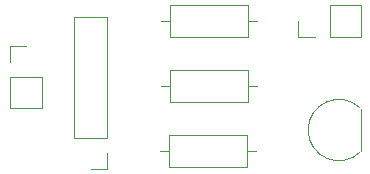
<source format=gbr>
%TF.GenerationSoftware,KiCad,Pcbnew,9.0.4*%
%TF.CreationDate,2025-08-23T19:45:08-04:00*%
%TF.ProjectId,DWMCBoardV3,44574d43-426f-4617-9264-56332e6b6963,rev?*%
%TF.SameCoordinates,Original*%
%TF.FileFunction,Legend,Top*%
%TF.FilePolarity,Positive*%
%FSLAX46Y46*%
G04 Gerber Fmt 4.6, Leading zero omitted, Abs format (unit mm)*
G04 Created by KiCad (PCBNEW 9.0.4) date 2025-08-23 19:45:08*
%MOMM*%
%LPD*%
G01*
G04 APERTURE LIST*
%ADD10C,0.120000*%
G04 APERTURE END LIST*
%TO.C,R3*%
D10*
X63690000Y-101370000D02*
X57150000Y-101370000D01*
X57150000Y-98630000D01*
X63690000Y-98630000D01*
X63690000Y-101370000D01*
X56380000Y-100000000D02*
X57150000Y-100000000D01*
X64460000Y-100000000D02*
X63690000Y-100000000D01*
%TO.C,J3*%
X70730000Y-87620000D02*
X73380000Y-87620000D01*
X73380000Y-90380000D02*
X73380000Y-87620000D01*
X70730000Y-90380000D02*
X70730000Y-87620000D01*
X70730000Y-90380000D02*
X73380000Y-90380000D01*
X69460000Y-90380000D02*
X68080000Y-90380000D01*
X68080000Y-90380000D02*
X68080000Y-89000000D01*
%TO.C,R2*%
X64540000Y-94500000D02*
X63770000Y-94500000D01*
X56460000Y-94500000D02*
X57230000Y-94500000D01*
X63770000Y-95870000D02*
X57230000Y-95870000D01*
X57230000Y-93130000D01*
X63770000Y-93130000D01*
X63770000Y-95870000D01*
%TO.C,R1*%
X64540000Y-89000000D02*
X63770000Y-89000000D01*
X56460000Y-89000000D02*
X57230000Y-89000000D01*
X63770000Y-90370000D02*
X57230000Y-90370000D01*
X57230000Y-87630000D01*
X63770000Y-87630000D01*
X63770000Y-90370000D01*
%TO.C,Q1*%
X73350000Y-100030000D02*
X73350000Y-96430000D01*
X73338478Y-100068478D02*
G75*
G02*
X68899999Y-98230000I-1838478J1838478D01*
G01*
X68900000Y-98230000D02*
G75*
G02*
X73338478Y-96391522I2600000J0D01*
G01*
%TO.C,J2*%
X51880000Y-101540000D02*
X50500000Y-101540000D01*
X51880000Y-100160000D02*
X51880000Y-101540000D01*
X51880000Y-98890000D02*
X51880000Y-88620000D01*
X51880000Y-98890000D02*
X49120000Y-98890000D01*
X51880000Y-88620000D02*
X49120000Y-88620000D01*
X49120000Y-98890000D02*
X49120000Y-88620000D01*
%TO.C,J1*%
X43620000Y-91080000D02*
X45000000Y-91080000D01*
X43620000Y-92460000D02*
X43620000Y-91080000D01*
X43620000Y-93730000D02*
X43620000Y-96380000D01*
X43620000Y-93730000D02*
X46380000Y-93730000D01*
X43620000Y-96380000D02*
X46380000Y-96380000D01*
X46380000Y-93730000D02*
X46380000Y-96380000D01*
%TD*%
M02*

</source>
